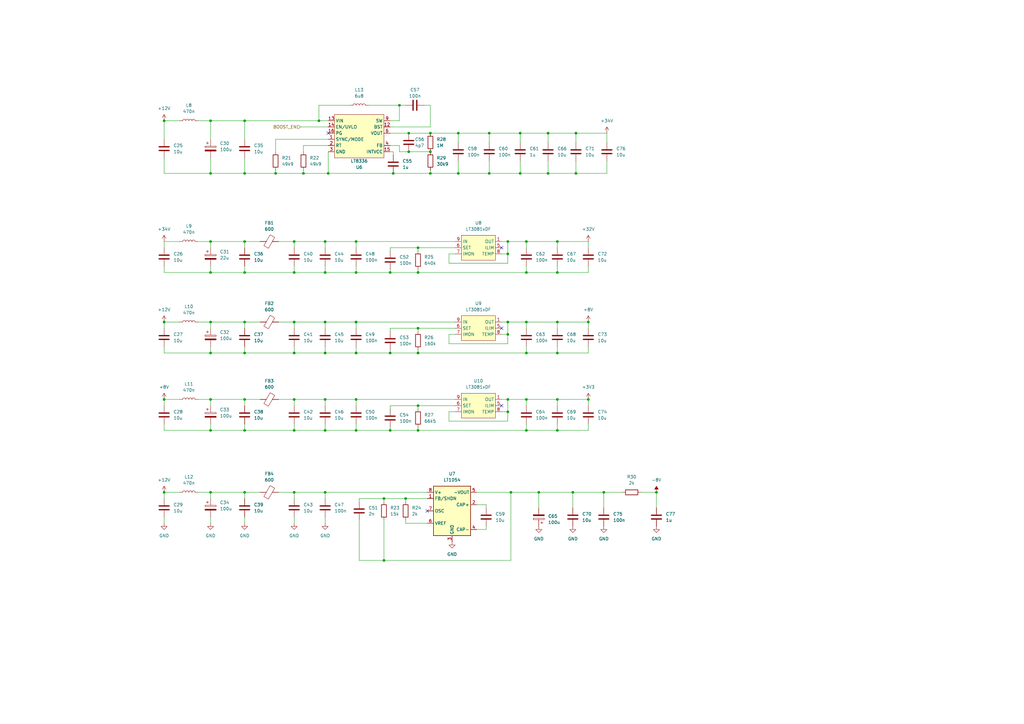
<source format=kicad_sch>
(kicad_sch (version 20211123) (generator eeschema)
  (paper "A3")
  (title_block (title "Usilitel") (date "2022-07-12") (rev "0.1") (company "M-Labs") (comment 1 "Wideband power amplifier") (comment 3 "a.k.a. topquark12") (comment 4 "Alex Wong Tat Hang"))
  (junction (at 200.66 54.61))
  (junction (at 220.98 201.93))
  (junction (at 120.65 111.76))
  (junction (at 228.6 111.76))
  (junction (at 100.33 71.12))
  (junction (at 200.66 71.12))
  (junction (at 209.55 201.93))
  (junction (at 160.02 144.78))
  (junction (at 133.35 144.78))
  (junction (at 161.29 71.12))
  (junction (at 67.31 132.08))
  (junction (at 269.24 201.93))
  (junction (at 166.37 204.47))
  (junction (at 241.3 163.83))
  (junction (at 241.3 132.08))
  (junction (at 86.36 201.93))
  (junction (at 208.28 168.91))
  (junction (at 120.65 176.53))
  (junction (at 146.05 144.78))
  (junction (at 215.9 144.78))
  (junction (at 236.22 71.12))
  (junction (at 208.28 99.06))
  (junction (at 163.83 43.18))
  (junction (at 86.36 144.78))
  (junction (at 228.6 132.08))
  (junction (at 100.33 99.06))
  (junction (at 171.45 176.53))
  (junction (at 234.95 201.93))
  (junction (at 100.33 201.93))
  (junction (at 86.36 111.76))
  (junction (at 171.45 111.76))
  (junction (at 67.31 201.93))
  (junction (at 171.45 144.78))
  (junction (at 100.33 132.08))
  (junction (at 171.45 101.6))
  (junction (at 146.05 99.06))
  (junction (at 167.64 62.23))
  (junction (at 133.35 99.06))
  (junction (at 113.03 71.12))
  (junction (at 213.36 54.61))
  (junction (at 133.35 111.76))
  (junction (at 100.33 111.76))
  (junction (at 160.02 176.53))
  (junction (at 215.9 176.53))
  (junction (at 160.02 111.76))
  (junction (at 86.36 176.53))
  (junction (at 67.31 163.83))
  (junction (at 120.65 163.83))
  (junction (at 236.22 54.61))
  (junction (at 215.9 132.08))
  (junction (at 247.65 201.93))
  (junction (at 86.36 49.53))
  (junction (at 171.45 134.62))
  (junction (at 133.35 176.53))
  (junction (at 146.05 176.53))
  (junction (at 208.28 137.16))
  (junction (at 215.9 111.76))
  (junction (at 228.6 176.53))
  (junction (at 176.53 71.12))
  (junction (at 208.28 104.14))
  (junction (at 146.05 163.83))
  (junction (at 120.65 144.78))
  (junction (at 100.33 176.53))
  (junction (at 86.36 99.06))
  (junction (at 134.62 71.12))
  (junction (at 215.9 163.83))
  (junction (at 157.48 229.87))
  (junction (at 120.65 201.93))
  (junction (at 86.36 163.83))
  (junction (at 224.79 71.12))
  (junction (at 100.33 163.83))
  (junction (at 187.96 71.12))
  (junction (at 100.33 144.78))
  (junction (at 120.65 132.08))
  (junction (at 213.36 71.12))
  (junction (at 215.9 99.06))
  (junction (at 86.36 71.12))
  (junction (at 100.33 49.53))
  (junction (at 176.53 54.61))
  (junction (at 86.36 132.08))
  (junction (at 228.6 99.06))
  (junction (at 167.64 54.61))
  (junction (at 208.28 163.83))
  (junction (at 208.28 132.08))
  (junction (at 157.48 204.47))
  (junction (at 67.31 49.53))
  (junction (at 133.35 163.83))
  (junction (at 228.6 163.83))
  (junction (at 224.79 54.61))
  (junction (at 133.35 201.93))
  (junction (at 171.45 166.37))
  (junction (at 187.96 54.61))
  (junction (at 133.35 132.08))
  (junction (at 228.6 144.78))
  (junction (at 146.05 111.76))
  (junction (at 124.46 71.12))
  (junction (at 176.53 62.23))
  (junction (at 120.65 99.06))
  (junction (at 130.81 49.53))
  (junction (at 146.05 132.08))
  (no_connect (at 205.74 134.62))
  (no_connect (at 134.62 54.61))
  (no_connect (at 175.26 209.55))
  (no_connect (at 205.74 101.6))
  (no_connect (at 205.74 166.37))
  (wire (pts (xy 114.3 201.93) (xy 120.65 201.93)))
  (wire (pts (xy 100.33 99.06) (xy 106.68 99.06)))
  (wire (pts (xy 100.33 144.78) (xy 120.65 144.78)))
  (wire (pts (xy 184.15 168.91) (xy 186.69 168.91)))
  (wire (pts (xy 146.05 111.76) (xy 160.02 111.76)))
  (wire (pts (xy 171.45 134.62) (xy 186.69 134.62)))
  (wire (pts (xy 113.03 57.15) (xy 134.62 57.15)))
  (wire (pts (xy 208.28 104.14) (xy 205.74 104.14)))
  (wire (pts (xy 160.02 135.89) (xy 160.02 134.62)))
  (wire (pts (xy 241.3 176.53) (xy 228.6 176.53)))
  (wire (pts (xy 146.05 163.83) (xy 186.69 163.83)))
  (wire (pts (xy 171.45 176.53) (xy 171.45 175.26)))
  (wire (pts (xy 81.28 49.53) (xy 86.36 49.53)))
  (wire (pts (xy 160.02 102.87) (xy 160.02 101.6)))
  (wire (pts (xy 215.9 101.6) (xy 215.9 99.06)))
  (wire (pts (xy 241.3 111.76) (xy 228.6 111.76)))
  (wire (pts (xy 236.22 54.61) (xy 224.79 54.61)))
  (wire (pts (xy 133.35 163.83) (xy 120.65 163.83)))
  (wire (pts (xy 124.46 71.12) (xy 113.03 71.12)))
  (wire (pts (xy 120.65 201.93) (xy 120.65 204.47)))
  (wire (pts (xy 215.9 163.83) (xy 208.28 163.83)))
  (wire (pts (xy 86.36 49.53) (xy 100.33 49.53)))
  (wire (pts (xy 215.9 173.99) (xy 215.9 176.53)))
  (wire (pts (xy 184.15 137.16) (xy 186.69 137.16)))
  (wire (pts (xy 86.36 176.53) (xy 100.33 176.53)))
  (wire (pts (xy 146.05 101.6) (xy 146.05 99.06)))
  (wire (pts (xy 241.3 142.24) (xy 241.3 144.78)))
  (wire (pts (xy 163.83 43.18) (xy 163.83 49.53)))
  (wire (pts (xy 100.33 163.83) (xy 106.68 163.83)))
  (wire (pts (xy 215.9 142.24) (xy 215.9 144.78)))
  (wire (pts (xy 236.22 54.61) (xy 236.22 58.42)))
  (wire (pts (xy 215.9 134.62) (xy 215.9 132.08)))
  (wire (pts (xy 157.48 204.47) (xy 166.37 204.47)))
  (wire (pts (xy 228.6 142.24) (xy 228.6 144.78)))
  (wire (pts (xy 146.05 176.53) (xy 160.02 176.53)))
  (wire (pts (xy 134.62 62.23) (xy 134.62 71.12)))
  (wire (pts (xy 215.9 132.08) (xy 208.28 132.08)))
  (wire (pts (xy 205.74 163.83) (xy 208.28 163.83)))
  (wire (pts (xy 248.92 58.42) (xy 248.92 54.61)))
  (wire (pts (xy 86.36 71.12) (xy 100.33 71.12)))
  (wire (pts (xy 160.02 54.61) (xy 167.64 54.61)))
  (wire (pts (xy 228.6 101.6) (xy 228.6 99.06)))
  (wire (pts (xy 167.64 54.61) (xy 176.53 54.61)))
  (wire (pts (xy 215.9 176.53) (xy 171.45 176.53)))
  (wire (pts (xy 176.53 69.85) (xy 176.53 71.12)))
  (wire (pts (xy 166.37 204.47) (xy 166.37 205.74)))
  (wire (pts (xy 163.83 59.69) (xy 160.02 59.69)))
  (wire (pts (xy 86.36 111.76) (xy 86.36 109.22)))
  (wire (pts (xy 208.28 172.72) (xy 208.28 168.91)))
  (wire (pts (xy 100.33 176.53) (xy 120.65 176.53)))
  (wire (pts (xy 171.45 101.6) (xy 186.69 101.6)))
  (wire (pts (xy 120.65 144.78) (xy 120.65 142.24)))
  (wire (pts (xy 213.36 54.61) (xy 200.66 54.61)))
  (wire (pts (xy 199.39 207.01) (xy 199.39 208.28)))
  (wire (pts (xy 86.36 214.63) (xy 86.36 212.09)))
  (wire (pts (xy 184.15 104.14) (xy 186.69 104.14)))
  (wire (pts (xy 146.05 163.83) (xy 133.35 163.83)))
  (wire (pts (xy 208.28 132.08) (xy 208.28 137.16)))
  (wire (pts (xy 166.37 204.47) (xy 175.26 204.47)))
  (wire (pts (xy 241.3 109.22) (xy 241.3 111.76)))
  (wire (pts (xy 184.15 140.97) (xy 208.28 140.97)))
  (wire (pts (xy 67.31 132.08) (xy 73.66 132.08)))
  (wire (pts (xy 133.35 144.78) (xy 133.35 142.24)))
  (wire (pts (xy 215.9 166.37) (xy 215.9 163.83)))
  (wire (pts (xy 120.65 176.53) (xy 133.35 176.53)))
  (wire (pts (xy 160.02 167.64) (xy 160.02 166.37)))
  (wire (pts (xy 134.62 71.12) (xy 161.29 71.12)))
  (wire (pts (xy 81.28 201.93) (xy 86.36 201.93)))
  (wire (pts (xy 86.36 134.62) (xy 86.36 132.08)))
  (wire (pts (xy 67.31 163.83) (xy 73.66 163.83)))
  (wire (pts (xy 205.74 99.06) (xy 208.28 99.06)))
  (wire (pts (xy 171.45 166.37) (xy 186.69 166.37)))
  (wire (pts (xy 228.6 176.53) (xy 215.9 176.53)))
  (wire (pts (xy 100.33 111.76) (xy 120.65 111.76)))
  (wire (pts (xy 228.6 111.76) (xy 215.9 111.76)))
  (wire (pts (xy 114.3 99.06) (xy 120.65 99.06)))
  (wire (pts (xy 100.33 201.93) (xy 106.68 201.93)))
  (wire (pts (xy 208.28 168.91) (xy 205.74 168.91)))
  (wire (pts (xy 123.19 52.07) (xy 134.62 52.07)))
  (wire (pts (xy 130.81 49.53) (xy 130.81 43.18)))
  (wire (pts (xy 205.74 132.08) (xy 208.28 132.08)))
  (wire (pts (xy 146.05 111.76) (xy 146.05 109.22)))
  (wire (pts (xy 130.81 49.53) (xy 134.62 49.53)))
  (wire (pts (xy 224.79 54.61) (xy 224.79 58.42)))
  (wire (pts (xy 120.65 176.53) (xy 120.65 173.99)))
  (wire (pts (xy 228.6 99.06) (xy 215.9 99.06)))
  (wire (pts (xy 248.92 66.04) (xy 248.92 71.12)))
  (wire (pts (xy 171.45 102.87) (xy 171.45 101.6)))
  (wire (pts (xy 120.65 134.62) (xy 120.65 132.08)))
  (wire (pts (xy 187.96 54.61) (xy 187.96 58.42)))
  (wire (pts (xy 67.31 49.53) (xy 73.66 49.53)))
  (wire (pts (xy 220.98 201.93) (xy 220.98 208.28)))
  (wire (pts (xy 134.62 71.12) (xy 124.46 71.12)))
  (wire (pts (xy 200.66 66.04) (xy 200.66 71.12)))
  (wire (pts (xy 100.33 144.78) (xy 100.33 142.24)))
  (wire (pts (xy 100.33 111.76) (xy 100.33 109.22)))
  (wire (pts (xy 113.03 62.23) (xy 113.03 57.15)))
  (wire (pts (xy 241.3 144.78) (xy 228.6 144.78)))
  (wire (pts (xy 100.33 101.6) (xy 100.33 99.06)))
  (wire (pts (xy 146.05 134.62) (xy 146.05 132.08)))
  (wire (pts (xy 157.48 205.74) (xy 157.48 204.47)))
  (wire (pts (xy 157.48 229.87) (xy 209.55 229.87)))
  (wire (pts (xy 130.81 43.18) (xy 143.51 43.18)))
  (wire (pts (xy 215.9 144.78) (xy 171.45 144.78)))
  (wire (pts (xy 209.55 229.87) (xy 209.55 201.93)))
  (wire (pts (xy 171.45 111.76) (xy 171.45 110.49)))
  (wire (pts (xy 234.95 201.93) (xy 234.95 208.28)))
  (wire (pts (xy 161.29 71.12) (xy 176.53 71.12)))
  (wire (pts (xy 161.29 62.23) (xy 161.29 63.5)))
  (wire (pts (xy 81.28 163.83) (xy 86.36 163.83)))
  (wire (pts (xy 176.53 62.23) (xy 167.64 62.23)))
  (wire (pts (xy 146.05 144.78) (xy 146.05 142.24)))
  (wire (pts (xy 133.35 166.37) (xy 133.35 163.83)))
  (wire (pts (xy 248.92 71.12) (xy 236.22 71.12)))
  (wire (pts (xy 199.39 215.9) (xy 199.39 217.17)))
  (wire (pts (xy 124.46 59.69) (xy 134.62 59.69)))
  (wire (pts (xy 163.83 43.18) (xy 166.37 43.18)))
  (wire (pts (xy 248.92 54.61) (xy 236.22 54.61)))
  (wire (pts (xy 120.65 214.63) (xy 120.65 212.09)))
  (wire (pts (xy 160.02 111.76) (xy 171.45 111.76)))
  (wire (pts (xy 146.05 144.78) (xy 160.02 144.78)))
  (wire (pts (xy 213.36 66.04) (xy 213.36 71.12)))
  (wire (pts (xy 120.65 111.76) (xy 120.65 109.22)))
  (wire (pts (xy 100.33 132.08) (xy 106.68 132.08)))
  (wire (pts (xy 86.36 132.08) (xy 100.33 132.08)))
  (wire (pts (xy 160.02 176.53) (xy 171.45 176.53)))
  (wire (pts (xy 187.96 71.12) (xy 176.53 71.12)))
  (wire (pts (xy 120.65 201.93) (xy 133.35 201.93)))
  (wire (pts (xy 86.36 204.47) (xy 86.36 201.93)))
  (wire (pts (xy 195.58 207.01) (xy 199.39 207.01)))
  (wire (pts (xy 213.36 71.12) (xy 200.66 71.12)))
  (wire (pts (xy 86.36 163.83) (xy 100.33 163.83)))
  (wire (pts (xy 262.89 201.93) (xy 269.24 201.93)))
  (wire (pts (xy 163.83 62.23) (xy 163.83 59.69)))
  (wire (pts (xy 86.36 201.93) (xy 100.33 201.93)))
  (wire (pts (xy 147.32 204.47) (xy 157.48 204.47)))
  (wire (pts (xy 133.35 201.93) (xy 175.26 201.93)))
  (wire (pts (xy 224.79 54.61) (xy 213.36 54.61)))
  (wire (pts (xy 228.6 144.78) (xy 215.9 144.78)))
  (wire (pts (xy 208.28 163.83) (xy 208.28 168.91)))
  (wire (pts (xy 213.36 54.61) (xy 213.36 58.42)))
  (wire (pts (xy 81.28 99.06) (xy 86.36 99.06)))
  (wire (pts (xy 187.96 54.61) (xy 176.53 54.61)))
  (wire (pts (xy 67.31 176.53) (xy 86.36 176.53)))
  (wire (pts (xy 133.35 204.47) (xy 133.35 201.93)))
  (wire (pts (xy 176.53 52.07) (xy 176.53 43.18)))
  (wire (pts (xy 67.31 64.77) (xy 67.31 71.12)))
  (wire (pts (xy 224.79 71.12) (xy 213.36 71.12)))
  (wire (pts (xy 86.36 176.53) (xy 86.36 173.99)))
  (wire (pts (xy 208.28 99.06) (xy 208.28 104.14)))
  (wire (pts (xy 163.83 49.53) (xy 160.02 49.53)))
  (wire (pts (xy 171.45 144.78) (xy 171.45 143.51)))
  (wire (pts (xy 247.65 201.93) (xy 255.27 201.93)))
  (wire (pts (xy 200.66 71.12) (xy 187.96 71.12)))
  (wire (pts (xy 157.48 213.36) (xy 157.48 229.87)))
  (wire (pts (xy 133.35 101.6) (xy 133.35 99.06)))
  (wire (pts (xy 67.31 166.37) (xy 67.31 163.83)))
  (wire (pts (xy 236.22 66.04) (xy 236.22 71.12)))
  (wire (pts (xy 166.37 213.36) (xy 166.37 214.63)))
  (wire (pts (xy 269.24 201.93) (xy 269.24 208.28)))
  (wire (pts (xy 67.31 204.47) (xy 67.31 201.93)))
  (wire (pts (xy 81.28 132.08) (xy 86.36 132.08)))
  (wire (pts (xy 234.95 201.93) (xy 247.65 201.93)))
  (wire (pts (xy 160.02 62.23) (xy 161.29 62.23)))
  (wire (pts (xy 113.03 71.12) (xy 113.03 69.85)))
  (wire (pts (xy 184.15 172.72) (xy 208.28 172.72)))
  (wire (pts (xy 160.02 166.37) (xy 171.45 166.37)))
  (wire (pts (xy 133.35 111.76) (xy 146.05 111.76)))
  (wire (pts (xy 208.28 107.95) (xy 208.28 104.14)))
  (wire (pts (xy 166.37 214.63) (xy 175.26 214.63)))
  (wire (pts (xy 228.6 163.83) (xy 215.9 163.83)))
  (wire (pts (xy 86.36 166.37) (xy 86.36 163.83)))
  (wire (pts (xy 86.36 144.78) (xy 100.33 144.78)))
  (wire (pts (xy 86.36 111.76) (xy 100.33 111.76)))
  (wire (pts (xy 209.55 201.93) (xy 195.58 201.93)))
  (wire (pts (xy 200.66 54.61) (xy 187.96 54.61)))
  (wire (pts (xy 228.6 166.37) (xy 228.6 163.83)))
  (wire (pts (xy 184.15 104.14) (xy 184.15 107.95)))
  (wire (pts (xy 241.3 134.62) (xy 241.3 132.08)))
  (wire (pts (xy 247.65 201.93) (xy 247.65 208.28)))
  (wire (pts (xy 133.35 176.53) (xy 133.35 173.99)))
  (wire (pts (xy 100.33 166.37) (xy 100.33 163.83)))
  (wire (pts (xy 67.31 176.53) (xy 67.31 173.99)))
  (wire (pts (xy 184.15 168.91) (xy 184.15 172.72)))
  (wire (pts (xy 133.35 144.78) (xy 146.05 144.78)))
  (wire (pts (xy 133.35 111.76) (xy 133.35 109.22)))
  (wire (pts (xy 86.36 144.78) (xy 86.36 142.24)))
  (wire (pts (xy 67.31 111.76) (xy 86.36 111.76)))
  (wire (pts (xy 160.02 52.07) (xy 176.53 52.07)))
  (wire (pts (xy 86.36 64.77) (xy 86.36 71.12)))
  (wire (pts (xy 133.35 214.63) (xy 133.35 212.09)))
  (wire (pts (xy 228.6 134.62) (xy 228.6 132.08)))
  (wire (pts (xy 215.9 109.22) (xy 215.9 111.76)))
  (wire (pts (xy 151.13 43.18) (xy 163.83 43.18)))
  (wire (pts (xy 146.05 176.53) (xy 146.05 173.99)))
  (wire (pts (xy 236.22 71.12) (xy 224.79 71.12)))
  (wire (pts (xy 120.65 101.6) (xy 120.65 99.06)))
  (wire (pts (xy 208.28 140.97) (xy 208.28 137.16)))
  (wire (pts (xy 147.32 213.36) (xy 147.32 229.87)))
  (wire (pts (xy 67.31 214.63) (xy 67.31 212.09)))
  (wire (pts (xy 120.65 166.37) (xy 120.65 163.83)))
  (wire (pts (xy 86.36 57.15) (xy 86.36 49.53)))
  (wire (pts (xy 133.35 99.06) (xy 120.65 99.06)))
  (wire (pts (xy 241.3 132.08) (xy 228.6 132.08)))
  (wire (pts (xy 124.46 62.23) (xy 124.46 59.69)))
  (wire (pts (xy 100.33 71.12) (xy 113.03 71.12)))
  (wire (pts (xy 100.33 176.53) (xy 100.33 173.99)))
  (wire (pts (xy 176.53 43.18) (xy 173.99 43.18)))
  (wire (pts (xy 67.31 111.76) (xy 67.31 109.22)))
  (wire (pts (xy 100.33 204.47) (xy 100.33 201.93)))
  (wire (pts (xy 67.31 201.93) (xy 73.66 201.93)))
  (wire (pts (xy 228.6 109.22) (xy 228.6 111.76)))
  (wire (pts (xy 241.3 166.37) (xy 241.3 163.83)))
  (wire (pts (xy 86.36 101.6) (xy 86.36 99.06)))
  (wire (pts (xy 215.9 99.06) (xy 208.28 99.06)))
  (wire (pts (xy 146.05 132.08) (xy 133.35 132.08)))
  (wire (pts (xy 147.32 205.74) (xy 147.32 204.47)))
  (wire (pts (xy 167.64 62.23) (xy 163.83 62.23)))
  (wire (pts (xy 160.02 176.53) (xy 160.02 175.26)))
  (wire (pts (xy 124.46 71.12) (xy 124.46 69.85)))
  (wire (pts (xy 171.45 167.64) (xy 171.45 166.37)))
  (wire (pts (xy 146.05 99.06) (xy 186.69 99.06)))
  (wire (pts (xy 241.3 99.06) (xy 228.6 99.06)))
  (wire (pts (xy 184.15 137.16) (xy 184.15 140.97)))
  (wire (pts (xy 187.96 66.04) (xy 187.96 71.12)))
  (wire (pts (xy 241.3 163.83) (xy 228.6 163.83)))
  (wire (pts (xy 120.65 144.78) (xy 133.35 144.78)))
  (wire (pts (xy 146.05 166.37) (xy 146.05 163.83)))
  (wire (pts (xy 228.6 132.08) (xy 215.9 132.08)))
  (wire (pts (xy 160.02 144.78) (xy 160.02 143.51)))
  (wire (pts (xy 67.31 57.15) (xy 67.31 49.53)))
  (wire (pts (xy 209.55 201.93) (xy 220.98 201.93)))
  (wire (pts (xy 146.05 99.06) (xy 133.35 99.06)))
  (wire (pts (xy 215.9 111.76) (xy 171.45 111.76)))
  (wire (pts (xy 171.45 135.89) (xy 171.45 134.62)))
  (wire (pts (xy 114.3 163.83) (xy 120.65 163.83)))
  (wire (pts (xy 147.32 229.87) (xy 157.48 229.87)))
  (wire (pts (xy 100.33 57.15) (xy 100.33 49.53)))
  (wire (pts (xy 67.31 134.62) (xy 67.31 132.08)))
  (wire (pts (xy 67.31 71.12) (xy 86.36 71.12)))
  (wire (pts (xy 100.33 49.53) (xy 130.81 49.53)))
  (wire (pts (xy 114.3 132.08) (xy 120.65 132.08)))
  (wire (pts (xy 200.66 54.61) (xy 200.66 58.42)))
  (wire (pts (xy 67.31 144.78) (xy 67.31 142.24)))
  (wire (pts (xy 133.35 176.53) (xy 146.05 176.53)))
  (wire (pts (xy 133.35 134.62) (xy 133.35 132.08)))
  (wire (pts (xy 199.39 217.17) (xy 195.58 217.17)))
  (wire (pts (xy 160.02 101.6) (xy 171.45 101.6)))
  (wire (pts (xy 86.36 99.06) (xy 100.33 99.06)))
  (wire (pts (xy 100.33 134.62) (xy 100.33 132.08)))
  (wire (pts (xy 67.31 99.06) (xy 73.66 99.06)))
  (wire (pts (xy 241.3 173.99) (xy 241.3 176.53)))
  (wire (pts (xy 220.98 201.93) (xy 234.95 201.93)))
  (wire (pts (xy 100.33 64.77) (xy 100.33 71.12)))
  (wire (pts (xy 100.33 214.63) (xy 100.33 212.09)))
  (wire (pts (xy 146.05 132.08) (xy 186.69 132.08)))
  (wire (pts (xy 208.28 137.16) (xy 205.74 137.16)))
  (wire (pts (xy 67.31 101.6) (xy 67.31 99.06)))
  (wire (pts (xy 67.31 144.78) (xy 86.36 144.78)))
  (wire (pts (xy 120.65 111.76) (xy 133.35 111.76)))
  (wire (pts (xy 184.15 107.95) (xy 208.28 107.95)))
  (wire (pts (xy 133.35 132.08) (xy 120.65 132.08)))
  (wire (pts (xy 224.79 66.04) (xy 224.79 71.12)))
  (wire (pts (xy 241.3 101.6) (xy 241.3 99.06)))
  (wire (pts (xy 160.02 111.76) (xy 160.02 110.49)))
  (wire (pts (xy 160.02 134.62) (xy 171.45 134.62)))
  (wire (pts (xy 160.02 144.78) (xy 171.45 144.78)))
  (wire (pts (xy 228.6 173.99) (xy 228.6 176.53)))
  (hierarchical_label "BOOST_EN" (shape input) (at 123.19 52.07 180))
  (symbol (lib_id "Device:C") (at 120.65 170.18 0) (unit 1)
    (property "Reference" "C42" (at 124.46 168.9099 0) (effects (justify left)))
    (property "Value" "10u" (at 124.46 171.4499 0) (effects (justify left)))
    (property "Footprint" "Capacitor_SMD:C_1210_3225Metric" (effects hide))
    (property "MFR_PN" "CL32B106KBJNNNE" (effects hide))
    (property "MFR_PN_ALT" "CL32B106KBJNNWE" (effects hide))
  )
  (symbol (lib_id "Device:R") (at 124.46 66.04 0) (unit 1)
    (property "Reference" "R22" (at 127 64.7699 0) (effects (justify left)))
    (property "Value" "49k9" (at 127 67.3099 0) (effects (justify left)))
    (property "Footprint" "Resistor_SMD:R_0603_1608Metric" (effects hide))
    (property "MFR_PN" "RC0603FR-0749K9L" (effects hide))
    (property "MFR_PN_ALT" "RT0603DRE0749K9L" (effects hide))
  )
  (symbol (lib_id "power:+3V3") (at 241.3 163.83 0) (unit 1)
    (property "Reference" "#PWR059" (effects hide))
    (property "Value" "+3V3" (at 241.3 158.75 0))
  )
  (symbol (lib_id "Device:R") (at 171.45 106.68 0) (unit 1)
    (property "Reference" "R25" (at 173.99 105.4099 0) (effects (justify left)))
    (property "Value" "640k" (at 173.99 107.9499 0) (effects (justify left)))
    (property "Footprint" "Resistor_SMD:R_0603_1608Metric" (effects hide))
    (property "MFR_PN" "RC0603FR-07649KL" (effects hide))
    (property "MFR_PN_ALT" "ERJ-3EKF6493V" (effects hide))
  )
  (symbol (lib_id "Device:L") (at 77.47 99.06 90) (unit 1)
    (property "Reference" "L9" (at 77.47 92.71 90))
    (property "Value" "470n" (at 77.47 95.25 90))
    (property "Footprint" "Inductor_SMD:L_Coilcraft_XxL4030" (effects hide))
    (property "MFR_PN" "XEL4030-471MEC" (effects hide))
    (property "MFR_PN_ALT" "XEL4030V-471MEC" (effects hide))
  )
  (symbol (lib_id "Device:C") (at 248.92 62.23 0) (unit 1)
    (property "Reference" "C76" (at 252.73 60.9599 0) (effects (justify left)))
    (property "Value" "10u" (at 252.73 63.4999 0) (effects (justify left)))
    (property "Footprint" "Capacitor_SMD:C_1210_3225Metric" (effects hide))
    (property "MFR_PN" "CL32B106KBJNNNE" (effects hide))
    (property "MFR_PN_ALT" "CL32B106KBJNNWE" (effects hide))
  )
  (symbol (lib_id "Device:C") (at 67.31 60.96 0) (unit 1)
    (property "Reference" "C25" (at 71.12 59.6899 0) (effects (justify left)))
    (property "Value" "10u" (at 71.12 62.2299 0) (effects (justify left)))
    (property "Footprint" "Capacitor_SMD:C_1210_3225Metric" (effects hide))
    (property "MFR_PN" "CL32B106KBJNNNE" (effects hide))
    (property "MFR_PN_ALT" "CL32B106KBJNNWE" (effects hide))
  )
  (symbol (lib_id "Device:C") (at 228.6 170.18 0) (unit 1)
    (property "Reference" "C69" (at 232.41 168.9099 0) (effects (justify left)))
    (property "Value" "10u" (at 232.41 171.4499 0) (effects (justify left)))
    (property "Footprint" "Capacitor_SMD:C_1210_3225Metric" (effects hide))
    (property "MFR_PN" "CL32B106KBJNNNE" (effects hide))
    (property "MFR_PN_ALT" "CL32B106KBJNNWE" (effects hide))
  )
  (symbol (lib_id "Device:C_Polarized") (at 86.36 208.28 0) (unit 1)
    (property "Reference" "C34" (at 90.17 206.1209 0) (effects (justify left)))
    (property "Value" "100u" (at 90.17 208.6609 0) (effects (justify left)))
    (property "Footprint" "Capacitor_Tantalum_SMD:CP_EIA-7343-30_AVX-N" (effects hide))
    (property "MFR_PN" "TCJD107M025R0055" (effects hide))
    (property "MFR_PN_ALT" "TCJD107M025R0055E" (effects hide))
  )
  (symbol (lib_id "Device:C") (at 215.9 138.43 0) (unit 1)
    (property "Reference" "C63" (at 219.71 137.1599 0) (effects (justify left)))
    (property "Value" "100n" (at 219.71 139.6999 0) (effects (justify left)))
    (property "Footprint" "Capacitor_SMD:C_0603_1608Metric" (effects hide))
    (property "MFR_PN" "CL10B104KB8NNNL" (effects hide))
    (property "MFR_PN_ALT" "CL10B104KB8NNWC" (effects hide))
  )
  (symbol (lib_id "Device:C") (at 146.05 105.41 0) (unit 1)
    (property "Reference" "C48" (at 149.86 104.1399 0) (effects (justify left)))
    (property "Value" "100n" (at 149.86 106.6799 0) (effects (justify left)))
    (property "Footprint" "Capacitor_SMD:C_0603_1608Metric" (effects hide))
    (property "MFR_PN" "CL10B104KB8NNNL" (effects hide))
    (property "MFR_PN_ALT" "CL10B104KB8NNWC" (effects hide))
  )
  (symbol (lib_id "Device:C") (at 224.79 62.23 0) (unit 1)
    (property "Reference" "C66" (at 228.6 60.9599 0) (effects (justify left)))
    (property "Value" "10u" (at 228.6 63.4999 0) (effects (justify left)))
    (property "Footprint" "Capacitor_SMD:C_1210_3225Metric" (effects hide))
    (property "MFR_PN" "CL32B106KBJNNNE" (effects hide))
    (property "MFR_PN_ALT" "CL32B106KBJNNWE" (effects hide))
  )
  (symbol (lib_id "power:+12V") (at 67.31 201.93 0) (unit 1)
    (property "Reference" "#PWR048" (effects hide))
    (property "Value" "+12V" (at 67.31 196.85 0))
  )
  (symbol (lib_id "Device:C") (at 200.66 62.23 0) (unit 1)
    (property "Reference" "C60" (at 204.47 60.9599 0) (effects (justify left)))
    (property "Value" "100n" (at 204.47 63.4999 0) (effects (justify left)))
    (property "Footprint" "Capacitor_SMD:C_0603_1608Metric" (effects hide))
    (property "MFR_PN" "CL10B104KB8NNNL" (effects hide))
    (property "MFR_PN_ALT" "CL10B104KB8NNWC" (effects hide))
  )
  (symbol (lib_id "Device:FerriteBead") (at 110.49 201.93 90) (unit 1)
    (property "Reference" "FB4" (at 110.4392 194.31 90))
    (property "Value" "600" (at 110.4392 196.85 90))
    (property "Footprint" "Inductor_SMD:L_1206_3216Metric" (effects hide))
    (property "MFR_PN" "MI1206K601R-10" (effects hide))
    (property "MFR_PN_ALT" "ILHB1206ER601V" (effects hide))
  )
  (symbol (lib_id "Device:C_Polarized") (at 86.36 105.41 0) (unit 1)
    (property "Reference" "C31" (at 90.17 103.2509 0) (effects (justify left)))
    (property "Value" "22u" (at 90.17 105.7909 0) (effects (justify left)))
    (property "Footprint" "Capacitor_Tantalum_SMD:CP_EIA-7343-30_AVX-N" (effects hide))
    (property "MFR_PN" "TCJD226M050R0090E" (effects hide))
    (property "MFR_PN_ALT" "TCJE226M050R0075E" (effects hide))
  )
  (symbol (lib_id "Device:C") (at 100.33 170.18 0) (unit 1)
    (property "Reference" "C38" (at 104.14 168.9099 0) (effects (justify left)))
    (property "Value" "10u" (at 104.14 171.4499 0) (effects (justify left)))
    (property "Footprint" "Capacitor_SMD:C_1210_3225Metric" (effects hide))
    (property "MFR_PN" "CL32B106KBJNNNE" (effects hide))
    (property "MFR_PN_ALT" "CL32B106KBJNNWE" (effects hide))
  )
  (symbol (lib_id "Device:C") (at 247.65 212.09 0) (unit 1)
    (property "Reference" "C75" (at 251.46 210.8199 0) (effects (justify left)))
    (property "Value" "100n" (at 251.46 213.3599 0) (effects (justify left)))
    (property "Footprint" "Capacitor_SMD:C_0603_1608Metric" (effects hide))
    (property "MFR_PN" "CL10B104KB8NNNL" (effects hide))
    (property "MFR_PN_ALT" "CL10B104KB8NNWC" (effects hide))
  )
  (symbol (lib_id "Device:C") (at 67.31 170.18 0) (unit 1)
    (property "Reference" "C28" (at 71.12 168.9099 0) (effects (justify left)))
    (property "Value" "10u" (at 71.12 171.4499 0) (effects (justify left)))
    (property "Footprint" "Capacitor_SMD:C_1210_3225Metric" (effects hide))
    (property "MFR_PN" "CL32B106KBJNNNE" (effects hide))
    (property "MFR_PN_ALT" "CL32B106KBJNNWE" (effects hide))
  )
  (symbol (lib_id "Device:L") (at 77.47 163.83 90) (unit 1)
    (property "Reference" "L11" (at 77.47 157.48 90))
    (property "Value" "470n" (at 77.47 160.02 90))
    (property "Footprint" "Inductor_SMD:L_Coilcraft_XxL4030" (effects hide))
    (property "MFR_PN" "XEL4030-471MEC" (effects hide))
    (property "MFR_PN_ALT" "XEL4030V-471MEC" (effects hide))
  )
  (symbol (lib_id "Device:L") (at 77.47 132.08 90) (unit 1)
    (property "Reference" "L10" (at 77.47 125.73 90))
    (property "Value" "470n" (at 77.47 128.27 90))
    (property "Footprint" "Inductor_SMD:L_Coilcraft_XxL4030" (effects hide))
    (property "MFR_PN" "XEL4030-471MEC" (effects hide))
    (property "MFR_PN_ALT" "XEL4030V-471MEC" (effects hide))
  )
  (symbol (lib_id "Device:C") (at 228.6 105.41 0) (unit 1)
    (property "Reference" "C67" (at 232.41 104.1399 0) (effects (justify left)))
    (property "Value" "10u" (at 232.41 106.6799 0) (effects (justify left)))
    (property "Footprint" "Capacitor_SMD:C_1210_3225Metric" (effects hide))
    (property "MFR_PN" "CL32B106KBJNNNE" (effects hide))
    (property "MFR_PN_ALT" "CL32B106KBJNNWE" (effects hide))
  )
  (symbol (lib_id "Device:L") (at 147.32 43.18 90) (unit 1)
    (property "Reference" "L13" (at 147.32 36.83 90))
    (property "Value" "6u8" (at 147.32 39.37 90))
    (property "Footprint" "Inductor_SMD:L_Coilcraft_XxL4030" (effects hide))
    (property "MFR_PN" "XEL4030-682MEC" (effects hide))
    (property "MFR_PN_ALT" "XEL4030V-682MEC" (effects hide))
  )
  (symbol (lib_id "Device:C") (at 133.35 208.28 0) (unit 1)
    (property "Reference" "C47" (at 137.16 207.0099 0) (effects (justify left)))
    (property "Value" "100n" (at 137.16 209.5499 0) (effects (justify left)))
    (property "Footprint" "Capacitor_SMD:C_0603_1608Metric" (effects hide))
    (property "MFR_PN" "CL10B104KB8NNNL" (effects hide))
    (property "MFR_PN_ALT" "CL10B104KB8NNWC" (effects hide))
  )
  (symbol (lib_id "Device:R") (at 166.37 209.55 0) (unit 1)
    (property "Reference" "R24" (at 168.91 208.2799 0) (effects (justify left)))
    (property "Value" "2k" (at 168.91 210.8199 0) (effects (justify left)))
    (property "Footprint" "Resistor_SMD:R_0603_1608Metric" (effects hide))
    (property "MFR_PN" "RC0603FR-072KL" (effects hide))
    (property "MFR_PN_ALT" "ERJ-3EKF2001V" (effects hide))
  )
  (symbol (lib_id "Device:C") (at 167.64 58.42 0) (unit 1)
    (property "Reference" "C56" (at 170.18 57.15 0) (effects (justify left)))
    (property "Value" "4p7" (at 170.18 59.69 0) (effects (justify left)))
    (property "Footprint" "Capacitor_SMD:C_0603_1608Metric" (effects hide))
    (property "MFR_PN" "251R14S4R7BV4T" (effects hide))
    (property "MFR_PN_ALT" "CL10C4R7BB8NNNC" (effects hide))
  )
  (symbol (lib_id "power:+12V") (at 67.31 49.53 0) (unit 1)
    (property "Reference" "#PWR044" (effects hide))
    (property "Value" "+12V" (at 67.31 44.45 0))
  )
  (symbol (lib_id "Device:C") (at 160.02 171.45 0) (unit 1)
    (property "Reference" "C54" (at 163.83 170.1799 0) (effects (justify left)))
    (property "Value" "100n" (at 163.83 172.7199 0) (effects (justify left)))
    (property "Footprint" "Capacitor_SMD:C_0603_1608Metric" (effects hide))
    (property "MFR_PN" "CL10B104KB8NNNL" (effects hide))
    (property "MFR_PN_ALT" "CL10B104KB8NNWC" (effects hide))
  )
  (symbol (lib_id "Device:C") (at 67.31 208.28 0) (unit 1)
    (property "Reference" "C29" (at 71.12 207.0099 0) (effects (justify left)))
    (property "Value" "10u" (at 71.12 209.5499 0) (effects (justify left)))
    (property "Footprint" "Capacitor_SMD:C_1210_3225Metric" (effects hide))
    (property "MFR_PN" "CL32B106KBJNNNE" (effects hide))
    (property "MFR_PN_ALT" "CL32B106KBJNNWE" (effects hide))
  )
  (symbol (lib_id "Device:C") (at 170.18 43.18 90) (unit 1)
    (property "Reference" "C57" (at 170.18 36.83 90))
    (property "Value" "100n" (at 170.18 39.37 90))
    (property "Footprint" "Capacitor_SMD:C_0603_1608Metric" (effects hide))
    (property "MFR_PN" "CL10B104KB8NNNL" (effects hide))
    (property "MFR_PN_ALT" "CL10B104KB8NNWC" (effects hide))
  )
  (symbol (lib_id "Device:C") (at 234.95 212.09 0) (unit 1)
    (property "Reference" "C70" (at 238.76 210.8199 0) (effects (justify left)))
    (property "Value" "10u" (at 238.76 213.3599 0) (effects (justify left)))
    (property "Footprint" "Capacitor_SMD:C_1210_3225Metric" (effects hide))
    (property "MFR_PN" "CL32B106KBJNNNE" (effects hide))
    (property "MFR_PN_ALT" "CL32B106KBJNNWE" (effects hide))
  )
  (symbol (lib_id "Device:C_Polarized") (at 86.36 60.96 0) (unit 1)
    (property "Reference" "C30" (at 90.17 58.8009 0) (effects (justify left)))
    (property "Value" "100u" (at 90.17 61.3409 0) (effects (justify left)))
    (property "Footprint" "Capacitor_Tantalum_SMD:CP_EIA-7343-30_AVX-N" (effects hide))
    (property "MFR_PN" "TCJD107M025R0055" (effects hide))
    (property "MFR_PN_ALT" "TCJD107M025R0055E" (effects hide))
  )
  (symbol (lib_id "power:GND") (at 100.33 214.63 0) (unit 1)
    (property "Reference" "#PWR051" (effects hide))
    (property "Value" "GND" (at 100.33 219.71 0))
  )
  (symbol (lib_id "Device:R") (at 113.03 66.04 0) (unit 1)
    (property "Reference" "R21" (at 115.57 64.7699 0) (effects (justify left)))
    (property "Value" "49k9" (at 115.57 67.3099 0) (effects (justify left)))
    (property "Footprint" "Resistor_SMD:R_0603_1608Metric" (effects hide))
    (property "MFR_PN" "RC0603FR-0749K9L" (effects hide))
    (property "MFR_PN_ALT" "RT0603DRE0749K9L" (effects hide))
  )
  (symbol (lib_id "Device:C") (at 100.33 208.28 0) (unit 1)
    (property "Reference" "C39" (at 104.14 207.0099 0) (effects (justify left)))
    (property "Value" "10u" (at 104.14 209.5499 0) (effects (justify left)))
    (property "Footprint" "Capacitor_SMD:C_1210_3225Metric" (effects hide))
    (property "MFR_PN" "CL32B106KBJNNNE" (effects hide))
    (property "MFR_PN_ALT" "CL32B106KBJNNWE" (effects hide))
  )
  (symbol (lib_id "Device:C") (at 215.9 170.18 0) (unit 1)
    (property "Reference" "C64" (at 219.71 168.9099 0) (effects (justify left)))
    (property "Value" "100n" (at 219.71 171.4499 0) (effects (justify left)))
    (property "Footprint" "Capacitor_SMD:C_0603_1608Metric" (effects hide))
    (property "MFR_PN" "CL10B104KB8NNNL" (effects hide))
    (property "MFR_PN_ALT" "CL10B104KB8NNWC" (effects hide))
  )
  (symbol (lib_id "Device:C") (at 160.02 106.68 0) (unit 1)
    (property "Reference" "C52" (at 163.83 105.4099 0) (effects (justify left)))
    (property "Value" "100n" (at 163.83 107.9499 0) (effects (justify left)))
    (property "Footprint" "Capacitor_SMD:C_0603_1608Metric" (effects hide))
    (property "MFR_PN" "CL10B104KB8NNNL" (effects hide))
    (property "MFR_PN_ALT" "CL10B104KB8NNWC" (effects hide))
  )
  (symbol (lib_id "Device:R") (at 171.45 139.7 0) (unit 1)
    (property "Reference" "R26" (at 173.99 138.4299 0) (effects (justify left)))
    (property "Value" "160k" (at 173.99 140.9699 0) (effects (justify left)))
    (property "Footprint" "Resistor_SMD:R_0603_1608Metric" (effects hide))
    (property "MFR_PN" "WR06X1503FTL" (effects hide))
    (property "MFR_PN_ALT" "CRGCQ0603F150K" (effects hide))
  )
  (symbol (lib_id "Device:FerriteBead") (at 110.49 163.83 90) (unit 1)
    (property "Reference" "FB3" (at 110.4392 156.21 90))
    (property "Value" "600" (at 110.4392 158.75 90))
    (property "Footprint" "Inductor_SMD:L_1206_3216Metric" (effects hide))
    (property "MFR_PN" "MI1206K601R-10" (effects hide))
    (property "MFR_PN_ALT" "ILHB1206ER601V" (effects hide))
  )
  (symbol (lib_id "Device:C_Polarized") (at 86.36 138.43 0) (unit 1)
    (property "Reference" "C32" (at 90.17 136.2709 0) (effects (justify left)))
    (property "Value" "100u" (at 90.17 138.8109 0) (effects (justify left)))
    (property "Footprint" "Capacitor_Tantalum_SMD:CP_EIA-7343-30_AVX-N" (effects hide))
    (property "MFR_PN" "TCJD107M025R0055" (effects hide))
    (property "MFR_PN_ALT" "TCJD107M025R0055E" (effects hide))
  )
  (symbol (lib_id "power:GND") (at 247.65 215.9 0) (unit 1)
    (property "Reference" "#PWR060" (effects hide))
    (property "Value" "GND" (at 247.65 220.98 0))
  )
  (symbol (lib_id "power:GND") (at 185.42 222.25 0) (unit 1)
    (property "Reference" "#PWR054" (effects hide))
    (property "Value" "GND" (at 185.42 227.33 0))
  )
  (symbol (lib_id "usilitel:+34V") (at 67.31 99.06 0) (unit 1)
    (property "Reference" "#PWR045" (effects hide))
    (property "Value" "+34V" (at 67.31 93.98 0))
  )
  (symbol (lib_id "Device:C") (at 120.65 208.28 0) (unit 1)
    (property "Reference" "C43" (at 124.46 207.0099 0) (effects (justify left)))
    (property "Value" "10u" (at 124.46 209.5499 0) (effects (justify left)))
    (property "Footprint" "Capacitor_SMD:C_1210_3225Metric" (effects hide))
    (property "MFR_PN" "CL32B106KBJNNNE" (effects hide))
    (property "MFR_PN_ALT" "CL32B106KBJNNWE" (effects hide))
  )
  (symbol (lib_id "Device:C") (at 67.31 138.43 0) (unit 1)
    (property "Reference" "C27" (at 71.12 137.1599 0) (effects (justify left)))
    (property "Value" "10u" (at 71.12 139.6999 0) (effects (justify left)))
    (property "Footprint" "Capacitor_SMD:C_1210_3225Metric" (effects hide))
    (property "MFR_PN" "CL32B106KBJNNNE" (effects hide))
    (property "MFR_PN_ALT" "CL32B106KBJNNWE" (effects hide))
  )
  (symbol (lib_id "power:-8V") (at 269.24 201.93 0) (unit 1)
    (property "Reference" "#PWR062" (effects hide))
    (property "Value" "-8V" (at 269.24 196.85 0))
  )
  (symbol (lib_id "power:GND") (at 67.31 214.63 0) (unit 1)
    (property "Reference" "#PWR049" (effects hide))
    (property "Value" "GND" (at 67.31 219.71 0))
  )
  (symbol (lib_id "Device:C") (at 100.33 105.41 0) (unit 1)
    (property "Reference" "C36" (at 104.14 104.1399 0) (effects (justify left)))
    (property "Value" "10u" (at 104.14 106.6799 0) (effects (justify left)))
    (property "Footprint" "Capacitor_SMD:C_1210_3225Metric" (effects hide))
    (property "MFR_PN" "CL32B106KBJNNNE" (effects hide))
    (property "MFR_PN_ALT" "CL32B106KBJNNWE" (effects hide))
  )
  (symbol (lib_id "usilitel:LT8336") (at 147.32 54.61 0) (unit 1)
    (property "Reference" "U6" (at 147.32 68.58 0))
    (property "Value" "LT8336" (at 147.32 66.04 0))
    (property "Footprint" "Package_DFN_QFN:QFN-16-1EP_3x3mm_P0.5mm_EP1.45x1.45mm" (effects hide))
    (property "MFR_PN" "LT8336HV#PBF" (effects hide))
    (property "MFR_PN_ALT" "LT8336EV#PBF" (effects hide))
  )
  (symbol (lib_id "Device:C") (at 241.3 105.41 0) (unit 1)
    (property "Reference" "C72" (at 245.11 104.1399 0) (effects (justify left)))
    (property "Value" "10u" (at 245.11 106.6799 0) (effects (justify left)))
    (property "Footprint" "Capacitor_SMD:C_1210_3225Metric" (effects hide))
    (property "MFR_PN" "CL32B106KBJNNNE" (effects hide))
    (property "MFR_PN_ALT" "CL32B106KBJNNWE" (effects hide))
  )
  (symbol (lib_id "Device:C") (at 241.3 138.43 0) (unit 1)
    (property "Reference" "C73" (at 245.11 137.1599 0) (effects (justify left)))
    (property "Value" "10u" (at 245.11 139.6999 0) (effects (justify left)))
    (property "Footprint" "Capacitor_SMD:C_1210_3225Metric" (effects hide))
    (property "MFR_PN" "CL32B106KBJNNNE" (effects hide))
    (property "MFR_PN_ALT" "CL32B106KBJNNWE" (effects hide))
  )
  (symbol (lib_id "Device:C") (at 147.32 209.55 0) (unit 1)
    (property "Reference" "C51" (at 151.13 208.2799 0) (effects (justify left)))
    (property "Value" "2n" (at 151.13 210.8199 0) (effects (justify left)))
    (property "Footprint" "Capacitor_SMD:C_0603_1608Metric" (effects hide))
    (property "MFR_PN" "0603B202K500CT" (effects hide))
    (property "MFR_PN_ALT" "06031C202KAT2A" (effects hide))
  )
  (symbol (lib_id "Device:L") (at 77.47 49.53 90) (unit 1)
    (property "Reference" "L8" (at 77.47 43.18 90))
    (property "Value" "470n" (at 77.47 45.72 90))
    (property "Footprint" "Inductor_SMD:L_Coilcraft_XxL4030" (effects hide))
    (property "MFR_PN" "XEL4030-471MEC" (effects hide))
    (property "MFR_PN_ALT" "XEL4030V-471MEC" (effects hide))
  )
  (symbol (lib_id "Device:C") (at 228.6 138.43 0) (unit 1)
    (property "Reference" "C68" (at 232.41 137.1599 0) (effects (justify left)))
    (property "Value" "10u" (at 232.41 139.6999 0) (effects (justify left)))
    (property "Footprint" "Capacitor_SMD:C_1210_3225Metric" (effects hide))
    (property "MFR_PN" "CL32B106KBJNNNE" (effects hide))
    (property "MFR_PN_ALT" "CL32B106KBJNNWE" (effects hide))
  )
  (symbol (lib_id "usilitel:+32V") (at 241.3 99.06 0) (unit 1)
    (property "Reference" "#PWR057" (effects hide))
    (property "Value" "+32V" (at 241.3 93.98 0))
  )
  (symbol (lib_id "power:GND") (at 220.98 215.9 0) (unit 1)
    (property "Reference" "#PWR055" (effects hide))
    (property "Value" "GND" (at 220.98 220.98 0))
  )
  (symbol (lib_id "Device:C") (at 100.33 60.96 0) (unit 1)
    (property "Reference" "C35" (at 104.14 59.6899 0) (effects (justify left)))
    (property "Value" "10u" (at 104.14 62.2299 0) (effects (justify left)))
    (property "Footprint" "Capacitor_SMD:C_1210_3225Metric" (effects hide))
    (property "MFR_PN" "CL32B106KBJNNNE" (effects hide))
    (property "MFR_PN_ALT" "CL32B106KBJNNWE" (effects hide))
  )
  (symbol (lib_id "usilitel:LT3081xDF") (at 195.58 166.37 0) (unit 1)
    (property "Reference" "U10" (at 196.215 156.21 0))
    (property "Value" "LT3081xDF" (at 196.215 158.75 0))
    (property "Footprint" "Package_DFN_QFN:DFN-12-1EP_4x4mm_P0.5mm_EP2.66x3.38mm" (effects hide))
    (property "MFR_PN" "LT3081EDF#TRPBF" (effects hide))
    (property "MFR_PN_ALT" "LT3081EDF#PBF" (effects hide))
  )
  (symbol (lib_id "Device:C") (at 161.29 67.31 0) (unit 1)
    (property "Reference" "C55" (at 165.1 66.0399 0) (effects (justify left)))
    (property "Value" "1u" (at 165.1 68.5799 0) (effects (justify left)))
    (property "Footprint" "Capacitor_SMD:C_0805_2012Metric" (effects hide))
    (property "MFR_PN" "CL21B105KBFNNNG" (effects hide))
    (property "MFR_PN_ALT" "CL21B105KBFNNNE" (effects hide))
  )
  (symbol (lib_id "Device:C_Polarized") (at 220.98 212.09 180) (unit 1)
    (property "Reference" "C65" (at 224.79 211.7089 0) (effects (justify right)))
    (property "Value" "100u" (at 224.79 214.2489 0) (effects (justify right)))
    (property "Footprint" "Capacitor_Tantalum_SMD:CP_EIA-7343-30_AVX-N" (effects hide))
    (property "MFR_PN" "TCJD107M025R0055" (effects hide))
    (property "MFR_PN_ALT" "TCJD107M025R0055E" (effects hide))
  )
  (symbol (lib_id "Device:R") (at 157.48 209.55 0) (unit 1)
    (property "Reference" "R23" (at 160.02 208.2799 0) (effects (justify left)))
    (property "Value" "15k" (at 160.02 210.8199 0) (effects (justify left)))
    (property "Footprint" "Resistor_SMD:R_0603_1608Metric" (effects hide))
    (property "MFR_PN" "WR06X1502FTL" (effects hide))
    (property "MFR_PN_ALT" "RC0603FR-0715KL" (effects hide))
  )
  (symbol (lib_id "Device:C") (at 146.05 138.43 0) (unit 1)
    (property "Reference" "C49" (at 149.86 137.1599 0) (effects (justify left)))
    (property "Value" "100n" (at 149.86 139.6999 0) (effects (justify left)))
    (property "Footprint" "Capacitor_SMD:C_0603_1608Metric" (effects hide))
    (property "MFR_PN" "CL10B104KB8NNNL" (effects hide))
    (property "MFR_PN_ALT" "CL10B104KB8NNWC" (effects hide))
  )
  (symbol (lib_id "Device:C") (at 133.35 138.43 0) (unit 1)
    (property "Reference" "C45" (at 137.16 137.1599 0) (effects (justify left)))
    (property "Value" "10u" (at 137.16 139.6999 0) (effects (justify left)))
    (property "Footprint" "Capacitor_SMD:C_1210_3225Metric" (effects hide))
    (property "MFR_PN" "CL32B106KBJNNNE" (effects hide))
    (property "MFR_PN_ALT" "CL32B106KBJNNWE" (effects hide))
  )
  (symbol (lib_id "Device:FerriteBead") (at 110.49 99.06 90) (unit 1)
    (property "Reference" "FB1" (at 110.4392 91.44 90))
    (property "Value" "600" (at 110.4392 93.98 90))
    (property "Footprint" "Inductor_SMD:L_1206_3216Metric" (effects hide))
    (property "MFR_PN" "MI1206K601R-10" (effects hide))
    (property "MFR_PN_ALT" "ILHB1206ER601V" (effects hide))
  )
  (symbol (lib_id "power:+12V") (at 67.31 132.08 0) (unit 1)
    (property "Reference" "#PWR046" (effects hide))
    (property "Value" "+12V" (at 67.31 127 0))
  )
  (symbol (lib_id "Device:C") (at 215.9 105.41 0) (unit 1)
    (property "Reference" "C62" (at 219.71 104.1399 0) (effects (justify left)))
    (property "Value" "100n" (at 219.71 106.6799 0) (effects (justify left)))
    (property "Footprint" "Capacitor_SMD:C_0603_1608Metric" (effects hide))
    (property "MFR_PN" "CL10B104KB8NNNL" (effects hide))
    (property "MFR_PN_ALT" "CL10B104KB8NNWC" (effects hide))
  )
  (symbol (lib_id "Device:FerriteBead") (at 110.49 132.08 90) (unit 1)
    (property "Reference" "FB2" (at 110.4392 124.46 90))
    (property "Value" "600" (at 110.4392 127 90))
    (property "Footprint" "Inductor_SMD:L_1206_3216Metric" (effects hide))
    (property "MFR_PN" "MI1206K601R-10" (effects hide))
    (property "MFR_PN_ALT" "ILHB1206ER601V" (effects hide))
  )
  (symbol (lib_id "Device:R") (at 176.53 58.42 0) (unit 1)
    (property "Reference" "R28" (at 179.07 57.1499 0) (effects (justify left)))
    (property "Value" "1M" (at 179.07 59.6899 0) (effects (justify left)))
    (property "Footprint" "Resistor_SMD:R_0603_1608Metric" (effects hide))
    (property "MFR_PN" "CPF0603B1M0E" (effects hide))
    (property "MFR_PN_ALT" "CPF0603B1M0E1" (effects hide))
  )
  (symbol (lib_id "Device:C") (at 146.05 170.18 0) (unit 1)
    (property "Reference" "C50" (at 149.86 168.9099 0) (effects (justify left)))
    (property "Value" "100n" (at 149.86 171.4499 0) (effects (justify left)))
    (property "Footprint" "Capacitor_SMD:C_0603_1608Metric" (effects hide))
    (property "MFR_PN" "CL10B104KB8NNNL" (effects hide))
    (property "MFR_PN_ALT" "CL10B104KB8NNWC" (effects hide))
  )
  (symbol (lib_id "power:+8V") (at 241.3 132.08 0) (unit 1)
    (property "Reference" "#PWR058" (effects hide))
    (property "Value" "+8V" (at 241.3 127 0))
  )
  (symbol (lib_id "Device:C") (at 120.65 138.43 0) (unit 1)
    (property "Reference" "C41" (at 124.46 137.1599 0) (effects (justify left)))
    (property "Value" "10u" (at 124.46 139.6999 0) (effects (justify left)))
    (property "Footprint" "Capacitor_SMD:C_1210_3225Metric" (effects hide))
    (property "MFR_PN" "CL32B106KBJNNNE" (effects hide))
    (property "MFR_PN_ALT" "CL32B106KBJNNWE" (effects hide))
  )
  (symbol (lib_id "usilitel:LT3081xDF") (at 195.58 134.62 0) (unit 1)
    (property "Reference" "U9" (at 196.215 124.46 0))
    (property "Value" "LT3081xDF" (at 196.215 127 0))
    (property "Footprint" "Package_DFN_QFN:DFN-12-1EP_4x4mm_P0.5mm_EP2.66x3.38mm" (effects hide))
    (property "MFR_PN" "LT3081EDF#TRPBF" (effects hide))
    (property "MFR_PN_ALT" "LT3081EDF#PBF" (effects hide))
  )
  (symbol (lib_id "Device:R") (at 259.08 201.93 90) (unit 1)
    (property "Reference" "R30" (at 259.08 195.58 90))
    (property "Value" "2k" (at 259.08 198.12 90))
    (property "Footprint" "Resistor_SMD:R_0603_1608Metric" (effects hide))
    (property "MFR_PN" "RC0603FR-072KL" (effects hide))
    (property "MFR_PN_ALT" "ERJ-3EKF2001V" (effects hide))
  )
  (symbol (lib_id "Device:C_Polarized") (at 86.36 170.18 0) (unit 1)
    (property "Reference" "C33" (at 90.17 168.0209 0) (effects (justify left)))
    (property "Value" "100u" (at 90.17 170.5609 0) (effects (justify left)))
    (property "Footprint" "Capacitor_Tantalum_SMD:CP_EIA-7343-30_AVX-N" (effects hide))
    (property "MFR_PN" "TCJD107M025R0055" (effects hide))
    (property "MFR_PN_ALT" "TCJD107M025R0055E" (effects hide))
  )
  (symbol (lib_id "power:GND") (at 269.24 215.9 0) (unit 1)
    (property "Reference" "#PWR063" (effects hide))
    (property "Value" "GND" (at 269.24 220.98 0))
  )
  (symbol (lib_id "Device:C") (at 241.3 170.18 0) (unit 1)
    (property "Reference" "C74" (at 245.11 168.9099 0) (effects (justify left)))
    (property "Value" "10u" (at 245.11 171.4499 0) (effects (justify left)))
    (property "Footprint" "Capacitor_SMD:C_1210_3225Metric" (effects hide))
    (property "MFR_PN" "CL32B106KBJNNNE" (effects hide))
    (property "MFR_PN_ALT" "CL32B106KBJNNWE" (effects hide))
  )
  (symbol (lib_id "Device:C") (at 236.22 62.23 0) (unit 1)
    (property "Reference" "C71" (at 240.03 60.9599 0) (effects (justify left)))
    (property "Value" "10u" (at 240.03 63.4999 0) (effects (justify left)))
    (property "Footprint" "Capacitor_SMD:C_1210_3225Metric" (effects hide))
    (property "MFR_PN" "CL32B106KBJNNNE" (effects hide))
    (property "MFR_PN_ALT" "CL32B106KBJNNWE" (effects hide))
  )
  (symbol (lib_id "power:GND") (at 234.95 215.9 0) (unit 1)
    (property "Reference" "#PWR056" (effects hide))
    (property "Value" "GND" (at 234.95 220.98 0))
  )
  (symbol (lib_id "power:+8V") (at 67.31 163.83 0) (unit 1)
    (property "Reference" "#PWR047" (effects hide))
    (property "Value" "+8V" (at 67.31 158.75 0))
  )
  (symbol (lib_id "Device:L") (at 77.47 201.93 90) (unit 1)
    (property "Reference" "L12" (at 77.47 195.58 90))
    (property "Value" "470n" (at 77.47 198.12 90))
    (property "Footprint" "Inductor_SMD:L_Coilcraft_XxL4030" (effects hide))
    (property "MFR_PN" "XEL4030-471MEC" (effects hide))
    (property "MFR_PN_ALT" "XEL4030V-471MEC" (effects hide))
  )
  (symbol (lib_id "power:GND") (at 120.65 214.63 0) (unit 1)
    (property "Reference" "#PWR052" (effects hide))
    (property "Value" "GND" (at 120.65 219.71 0))
  )
  (symbol (lib_id "Device:C") (at 133.35 105.41 0) (unit 1)
    (property "Reference" "C44" (at 137.16 104.1399 0) (effects (justify left)))
    (property "Value" "10u" (at 137.16 106.6799 0) (effects (justify left)))
    (property "Footprint" "Capacitor_SMD:C_1210_3225Metric" (effects hide))
    (property "MFR_PN" "CL32B106KBJNNNE" (effects hide))
    (property "MFR_PN_ALT" "CL32B106KBJNNWE" (effects hide))
  )
  (symbol (lib_id "Device:C") (at 67.31 105.41 0) (unit 1)
    (property "Reference" "C26" (at 71.12 104.1399 0) (effects (justify left)))
    (property "Value" "10u" (at 71.12 106.6799 0) (effects (justify left)))
    (property "Footprint" "Capacitor_SMD:C_1210_3225Metric" (effects hide))
    (property "MFR_PN" "CL32B106KBJNNNE" (effects hide))
    (property "MFR_PN_ALT" "CL32B106KBJNNWE" (effects hide))
  )
  (symbol (lib_id "Device:C") (at 160.02 139.7 0) (unit 1)
    (property "Reference" "C53" (at 163.83 138.4299 0) (effects (justify left)))
    (property "Value" "100n" (at 163.83 140.9699 0) (effects (justify left)))
    (property "Footprint" "Capacitor_SMD:C_0603_1608Metric" (effects hide))
    (property "MFR_PN" "CL10B104KB8NNNL" (effects hide))
    (property "MFR_PN_ALT" "CL10B104KB8NNWC" (effects hide))
  )
  (symbol (lib_id "usilitel:+34V") (at 248.92 54.61 0) (unit 1)
    (property "Reference" "#PWR061" (effects hide))
    (property "Value" "+34V" (at 248.92 49.53 0))
  )
  (symbol (lib_id "Regulator_SwitchedCapacitor:LT1054") (at 185.42 209.55 0) (unit 1)
    (property "Reference" "U7" (at 185.42 194.31 0))
    (property "Value" "LT1054" (at 185.42 196.85 0))
    (property "Footprint" "Package_SO:SOIC-8_3.9x4.9mm_P1.27mm" (effects hide))
    (property "Datasheet" "https://www.analog.com/media/en/technical-documentation/data-sheets/1054lfh.pdf" (effects hide))
    (property "MFR_PN" "LT1054CS8#PBF" (effects hide))
  )
  (symbol (lib_id "Device:C") (at 269.24 212.09 0) (unit 1)
    (property "Reference" "C77" (at 273.05 210.8199 0) (effects (justify left)))
    (property "Value" "1u" (at 273.05 213.3599 0) (effects (justify left)))
    (property "Footprint" "Capacitor_SMD:C_0805_2012Metric" (effects hide))
    (property "MFR_PN" "CL21B105KBFNNNG" (effects hide))
    (property "MFR_PN_ALT" "CL21B105KBFNNNE" (effects hide))
  )
  (symbol (lib_id "Device:C") (at 120.65 105.41 0) (unit 1)
    (property "Reference" "C40" (at 124.46 104.1399 0) (effects (justify left)))
    (property "Value" "10u" (at 124.46 106.6799 0) (effects (justify left)))
    (property "Footprint" "Capacitor_SMD:C_1210_3225Metric" (effects hide))
    (property "MFR_PN" "CL32B106KBJNNNE" (effects hide))
    (property "MFR_PN_ALT" "CL32B106KBJNNWE" (effects hide))
  )
  (symbol (lib_id "Device:C") (at 100.33 138.43 0) (unit 1)
    (property "Reference" "C37" (at 104.14 137.1599 0) (effects (justify left)))
    (property "Value" "10u" (at 104.14 139.6999 0) (effects (justify left)))
    (property "Footprint" "Capacitor_SMD:C_1210_3225Metric" (effects hide))
    (property "MFR_PN" "CL32B106KBJNNNE" (effects hide))
    (property "MFR_PN_ALT" "CL32B106KBJNNWE" (effects hide))
  )
  (symbol (lib_id "Device:C") (at 213.36 62.23 0) (unit 1)
    (property "Reference" "C61" (at 217.17 60.9599 0) (effects (justify left)))
    (property "Value" "1u" (at 217.17 63.4999 0) (effects (justify left)))
    (property "Footprint" "Capacitor_SMD:C_0805_2012Metric" (effects hide))
    (property "MFR_PN" "CL21B105KBFNNNG" (effects hide))
    (property "MFR_PN_ALT" "CL21B105KBFNNNE" (effects hide))
  )
  (symbol (lib_id "Device:C") (at 133.35 170.18 0) (unit 1)
    (property "Reference" "C46" (at 137.16 168.9099 0) (effects (justify left)))
    (property "Value" "10u" (at 137.16 171.4499 0) (effects (justify left)))
    (property "Footprint" "Capacitor_SMD:C_1210_3225Metric" (effects hide))
    (property "MFR_PN" "CL32B106KBJNNNE" (effects hide))
    (property "MFR_PN_ALT" "CL32B106KBJNNWE" (effects hide))
  )
  (symbol (lib_id "Device:R") (at 171.45 171.45 0) (unit 1)
    (property "Reference" "R27" (at 173.99 170.1799 0) (effects (justify left)))
    (property "Value" "66k5" (at 173.99 172.7199 0) (effects (justify left)))
    (property "Footprint" "Resistor_SMD:R_0603_1608Metric" (effects hide))
    (property "MFR_PN" "RMCF0603FT66K5" (effects hide))
    (property "MFR_PN_ALT" "RC0603FR-0766K5L" (effects hide))
  )
  (symbol (lib_id "usilitel:LT3081xDF") (at 195.58 101.6 0) (unit 1)
    (property "Reference" "U8" (at 196.215 91.44 0))
    (property "Value" "LT3081xDF" (at 196.215 93.98 0))
    (property "Footprint" "Package_DFN_QFN:DFN-12-1EP_4x4mm_P0.5mm_EP2.66x3.38mm" (effects hide))
    (property "MFR_PN" "LT3081EDF#TRPBF" (effects hide))
    (property "MFR_PN_ALT" "LT3081EDF#PBF" (effects hide))
  )
  (symbol (lib_id "Device:C") (at 199.39 212.09 0) (unit 1)
    (property "Reference" "C59" (at 203.2 210.8199 0) (effects (justify left)))
    (property "Value" "10u" (at 203.2 213.3599 0) (effects (justify left)))
    (property "Footprint" "Capacitor_SMD:C_1210_3225Metric" (effects hide))
    (property "MFR_PN" "CL32B106KBJNNNE" (effects hide))
    (property "MFR_PN_ALT" "CL32B106KBJNNWE" (effects hide))
  )
  (symbol (lib_id "Device:C") (at 187.96 62.23 0) (unit 1)
    (property "Reference" "C58" (at 191.77 60.9599 0) (effects (justify left)))
    (property "Value" "100n" (at 191.77 63.4999 0) (effects (justify left)))
    (property "Footprint" "Capacitor_SMD:C_0603_1608Metric" (effects hide))
    (property "MFR_PN" "CL10B104KB8NNNL" (effects hide))
    (property "MFR_PN_ALT" "CL10B104KB8NNWC" (effects hide))
  )
  (symbol (lib_id "power:GND") (at 86.36 214.63 0) (unit 1)
    (property "Reference" "#PWR050" (effects hide))
    (property "Value" "GND" (at 86.36 219.71 0))
  )
  (symbol (lib_id "power:GND") (at 133.35 214.63 0) (unit 1)
    (property "Reference" "#PWR053" (effects hide))
    (property "Value" "GND" (at 133.35 219.71 0))
  )
  (symbol (lib_id "Device:R") (at 176.53 66.04 0) (unit 1)
    (property "Reference" "R29" (at 179.07 64.7699 0) (effects (justify left)))
    (property "Value" "30k9" (at 179.07 67.3099 0) (effects (justify left)))
    (property "Footprint" "Resistor_SMD:R_0603_1608Metric" (effects hide))
    (property "MFR_PN" "RMCF0603FT30K9" (effects hide))
    (property "MFR_PN_ALT" "RK73H1JTTD3092F" (effects hide))
  )
)
</source>
